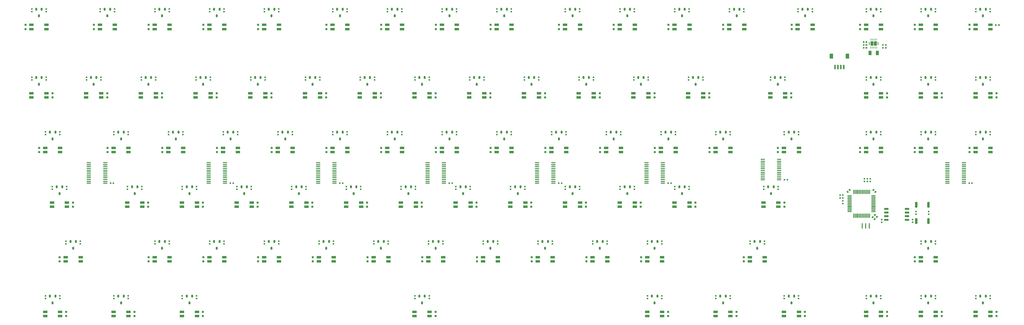
<source format=gbr>
%TF.GenerationSoftware,KiCad,Pcbnew,8.0.6*%
%TF.CreationDate,2025-04-02T20:39:07+07:00*%
%TF.ProjectId,Zellia80,5a656c6c-6961-4383-902e-6b696361645f,rev?*%
%TF.SameCoordinates,Original*%
%TF.FileFunction,Paste,Bot*%
%TF.FilePolarity,Positive*%
%FSLAX46Y46*%
G04 Gerber Fmt 4.6, Leading zero omitted, Abs format (unit mm)*
G04 Created by KiCad (PCBNEW 8.0.6) date 2025-04-02 20:39:07*
%MOMM*%
%LPD*%
G01*
G04 APERTURE LIST*
G04 Aperture macros list*
%AMRoundRect*
0 Rectangle with rounded corners*
0 $1 Rounding radius*
0 $2 $3 $4 $5 $6 $7 $8 $9 X,Y pos of 4 corners*
0 Add a 4 corners polygon primitive as box body*
4,1,4,$2,$3,$4,$5,$6,$7,$8,$9,$2,$3,0*
0 Add four circle primitives for the rounded corners*
1,1,$1+$1,$2,$3*
1,1,$1+$1,$4,$5*
1,1,$1+$1,$6,$7*
1,1,$1+$1,$8,$9*
0 Add four rect primitives between the rounded corners*
20,1,$1+$1,$2,$3,$4,$5,0*
20,1,$1+$1,$4,$5,$6,$7,0*
20,1,$1+$1,$6,$7,$8,$9,0*
20,1,$1+$1,$8,$9,$2,$3,0*%
%AMRotRect*
0 Rectangle, with rotation*
0 The origin of the aperture is its center*
0 $1 length*
0 $2 width*
0 $3 Rotation angle, in degrees counterclockwise*
0 Add horizontal line*
21,1,$1,$2,0,0,$3*%
G04 Aperture macros list end*
%ADD10RoundRect,0.082000X0.718000X-0.328000X0.718000X0.328000X-0.718000X0.328000X-0.718000X-0.328000X0*%
%ADD11RoundRect,0.082000X-0.718000X0.328000X-0.718000X-0.328000X0.718000X-0.328000X0.718000X0.328000X0*%
%ADD12R,0.620000X0.560000*%
%ADD13R,0.560000X0.620000*%
%ADD14RoundRect,0.150000X-0.150000X0.350000X-0.150000X-0.350000X0.150000X-0.350000X0.150000X0.350000X0*%
%ADD15R,0.750000X0.800000*%
%ADD16RotRect,0.560000X0.620000X135.000000*%
%ADD17R,0.600000X1.550000*%
%ADD18R,1.200000X1.800000*%
%ADD19RoundRect,0.075000X0.662500X-0.075000X0.662500X0.075000X-0.662500X0.075000X-0.662500X-0.075000X0*%
%ADD20RoundRect,0.075000X0.075000X-0.662500X0.075000X0.662500X-0.075000X0.662500X-0.075000X-0.662500X0*%
%ADD21RotRect,0.560000X0.620000X225.000000*%
%ADD22RoundRect,0.100000X-0.637500X-0.100000X0.637500X-0.100000X0.637500X0.100000X-0.637500X0.100000X0*%
%ADD23RoundRect,0.135000X0.135000X0.185000X-0.135000X0.185000X-0.135000X-0.185000X0.135000X-0.185000X0*%
%ADD24RoundRect,0.060000X0.060000X-0.240000X0.060000X0.240000X-0.060000X0.240000X-0.060000X-0.240000X0*%
%ADD25RoundRect,0.025000X0.145000X-0.100000X0.145000X0.100000X-0.145000X0.100000X-0.145000X-0.100000X0*%
%ADD26RoundRect,0.106000X0.424000X-0.644000X0.424000X0.644000X-0.424000X0.644000X-0.424000X-0.644000X0*%
%ADD27RoundRect,0.135000X0.185000X-0.135000X0.185000X0.135000X-0.185000X0.135000X-0.185000X-0.135000X0*%
%ADD28RotRect,0.560000X0.620000X315.000000*%
%ADD29RoundRect,0.200000X0.200000X0.800000X-0.200000X0.800000X-0.200000X-0.800000X0.200000X-0.800000X0*%
%ADD30RoundRect,0.150000X-0.650000X-0.150000X0.650000X-0.150000X0.650000X0.150000X-0.650000X0.150000X0*%
%ADD31R,1.000000X1.500000*%
%ADD32R,0.400000X1.900000*%
%ADD33RoundRect,0.140000X-0.140000X-0.170000X0.140000X-0.170000X0.140000X0.170000X-0.140000X0.170000X0*%
G04 APERTURE END LIST*
D10*
%TO.C,RGBF5*%
X78800000Y-29642500D03*
X78800000Y-28142500D03*
X73600000Y-28142500D03*
X73600000Y-29642500D03*
%TD*%
%TO.C,RGBF13*%
X231200000Y-29642500D03*
X231200000Y-28142500D03*
X226000000Y-28142500D03*
X226000000Y-29642500D03*
%TD*%
D11*
%TO.C,RGB16*%
X-2600000Y-4329999D03*
X-2600000Y-5829999D03*
X2600000Y-5829999D03*
X2600000Y-4329999D03*
%TD*%
%TO.C,RGB34*%
X326012500Y-47192499D03*
X326012500Y-48692499D03*
X331212500Y-48692499D03*
X331212500Y-47192499D03*
%TD*%
D10*
%TO.C,RGBF7*%
X116900000Y-29642500D03*
X116900000Y-28142500D03*
X111700000Y-28142500D03*
X111700000Y-29642500D03*
%TD*%
%TO.C,RGBF24*%
X131187500Y-67742500D03*
X131187500Y-66242500D03*
X125987500Y-66242500D03*
X125987500Y-67742500D03*
%TD*%
D11*
%TO.C,RGB48*%
X9306250Y-85292499D03*
X9306250Y-86792499D03*
X14506250Y-86792499D03*
X14506250Y-85292499D03*
%TD*%
%TO.C,RGB21*%
X102175000Y-47192499D03*
X102175000Y-48692499D03*
X107375000Y-48692499D03*
X107375000Y-47192499D03*
%TD*%
%TO.C,RGB28*%
X197425000Y-47192499D03*
X197425000Y-48692499D03*
X202625000Y-48692499D03*
X202625000Y-47192499D03*
%TD*%
%TO.C,RGB42*%
X135512500Y-85292499D03*
X135512500Y-86792499D03*
X140712500Y-86792499D03*
X140712500Y-85292499D03*
%TD*%
%TO.C,RGB31*%
X259337500Y-47192499D03*
X259337500Y-48692499D03*
X264537500Y-48692499D03*
X264537500Y-47192499D03*
%TD*%
D10*
%TO.C,RGBF33*%
X331212500Y-105842500D03*
X331212500Y-104342500D03*
X326012500Y-104342500D03*
X326012500Y-105842500D03*
%TD*%
%TO.C,RGBF34*%
X216912500Y-105842500D03*
X216912500Y-104342500D03*
X211712500Y-104342500D03*
X211712500Y-105842500D03*
%TD*%
D11*
%TO.C,RGB37*%
X247431250Y-85292499D03*
X247431250Y-86792499D03*
X252631250Y-86792499D03*
X252631250Y-85292499D03*
%TD*%
D10*
%TO.C,RGBF32*%
X312162500Y-105842500D03*
X312162500Y-104342500D03*
X306962500Y-104342500D03*
X306962500Y-105842500D03*
%TD*%
D11*
%TO.C,RGB15*%
X102175000Y-4329999D03*
X102175000Y-5829999D03*
X107375000Y-5829999D03*
X107375000Y-4329999D03*
%TD*%
D10*
%TO.C,RGBF26*%
X169287500Y-67742500D03*
X169287500Y-66242500D03*
X164087500Y-66242500D03*
X164087500Y-67742500D03*
%TD*%
D11*
%TO.C,RGB23*%
X140275000Y-47192499D03*
X140275000Y-48692499D03*
X145475000Y-48692499D03*
X145475000Y-47192499D03*
%TD*%
%TO.C,RGB47*%
X40262500Y-85292499D03*
X40262500Y-86792499D03*
X45462500Y-86792499D03*
X45462500Y-85292499D03*
%TD*%
D10*
%TO.C,RGBF4*%
X59750000Y-29642500D03*
X59750000Y-28142500D03*
X54550000Y-28142500D03*
X54550000Y-29642500D03*
%TD*%
D11*
%TO.C,RGB36*%
X25975000Y-47192499D03*
X25975000Y-48692499D03*
X31175000Y-48692499D03*
X31175000Y-47192499D03*
%TD*%
%TO.C,RGB14*%
X78362500Y-4329999D03*
X78362500Y-5829999D03*
X83562500Y-5829999D03*
X83562500Y-4329999D03*
%TD*%
D10*
%TO.C,RGBF11*%
X193100000Y-29642500D03*
X193100000Y-28142500D03*
X187900000Y-28142500D03*
X187900000Y-29642500D03*
%TD*%
%TO.C,RGBF23*%
X112137500Y-67742500D03*
X112137500Y-66242500D03*
X106937500Y-66242500D03*
X106937500Y-67742500D03*
%TD*%
%TO.C,RGBF39*%
X54987500Y-105842500D03*
X54987500Y-104342500D03*
X49787500Y-104342500D03*
X49787500Y-105842500D03*
%TD*%
%TO.C,RGBF27*%
X188337500Y-67742500D03*
X188337500Y-66242500D03*
X183137500Y-66242500D03*
X183137500Y-67742500D03*
%TD*%
%TO.C,RGBF2*%
X21650000Y-29642500D03*
X21650000Y-28142500D03*
X16450000Y-28142500D03*
X16450000Y-29642500D03*
%TD*%
D11*
%TO.C,RGB40*%
X173612500Y-85292499D03*
X173612500Y-86792499D03*
X178812500Y-86792499D03*
X178812500Y-85292499D03*
%TD*%
%TO.C,RGB41*%
X154562500Y-85292499D03*
X154562500Y-86792499D03*
X159762500Y-86792499D03*
X159762500Y-85292499D03*
%TD*%
D10*
%TO.C,RGBF38*%
X31175000Y-105842500D03*
X31175000Y-104342500D03*
X25975000Y-104342500D03*
X25975000Y-105842500D03*
%TD*%
D11*
%TO.C,RGB29*%
X216475000Y-47192499D03*
X216475000Y-48692499D03*
X221675000Y-48692499D03*
X221675000Y-47192499D03*
%TD*%
D10*
%TO.C,RGBF12*%
X212150000Y-29642500D03*
X212150000Y-28142500D03*
X206950000Y-28142500D03*
X206950000Y-29642500D03*
%TD*%
D11*
%TO.C,RGB24*%
X159325000Y-47192499D03*
X159325000Y-48692499D03*
X164525000Y-48692499D03*
X164525000Y-47192499D03*
%TD*%
%TO.C,RGB39*%
X192662500Y-85292499D03*
X192662500Y-86792499D03*
X197862500Y-86792499D03*
X197862500Y-85292499D03*
%TD*%
D10*
%TO.C,RGBF14*%
X259775000Y-29642500D03*
X259775000Y-28142500D03*
X254575000Y-28142500D03*
X254575000Y-29642500D03*
%TD*%
D11*
%TO.C,RGB32*%
X287912500Y-47192499D03*
X287912500Y-48692499D03*
X293112500Y-48692499D03*
X293112500Y-47192499D03*
%TD*%
D10*
%TO.C,RGBF19*%
X35937500Y-67742500D03*
X35937500Y-66242500D03*
X30737500Y-66242500D03*
X30737500Y-67742500D03*
%TD*%
D11*
%TO.C,RGB12*%
X40262500Y-4329999D03*
X40262500Y-5829999D03*
X45462500Y-5829999D03*
X45462500Y-4329999D03*
%TD*%
D10*
%TO.C,RGBF20*%
X54987500Y-67742500D03*
X54987500Y-66242500D03*
X49787500Y-66242500D03*
X49787500Y-67742500D03*
%TD*%
D11*
%TO.C,RGB1*%
X326012500Y-4329999D03*
X326012500Y-5829999D03*
X331212500Y-5829999D03*
X331212500Y-4329999D03*
%TD*%
%TO.C,RGB17*%
X21212500Y-4329999D03*
X21212500Y-5829999D03*
X26412500Y-5829999D03*
X26412500Y-4329999D03*
%TD*%
D10*
%TO.C,RGBF21*%
X74037500Y-67742500D03*
X74037500Y-66242500D03*
X68837500Y-66242500D03*
X68837500Y-67742500D03*
%TD*%
%TO.C,RGBF28*%
X207387500Y-67742500D03*
X207387500Y-66242500D03*
X202187500Y-66242500D03*
X202187500Y-67742500D03*
%TD*%
D11*
%TO.C,RGB20*%
X83125000Y-47192499D03*
X83125000Y-48692499D03*
X88325000Y-48692499D03*
X88325000Y-47192499D03*
%TD*%
%TO.C,RGB7*%
X240287500Y-4329999D03*
X240287500Y-5829999D03*
X245487500Y-5829999D03*
X245487500Y-4329999D03*
%TD*%
D10*
%TO.C,RGBF37*%
X7362500Y-105842500D03*
X7362500Y-104342500D03*
X2162500Y-104342500D03*
X2162500Y-105842500D03*
%TD*%
D11*
%TO.C,RGB38*%
X211712500Y-85292499D03*
X211712500Y-86792499D03*
X216912500Y-86792499D03*
X216912500Y-85292499D03*
%TD*%
%TO.C,RGB52*%
X306962500Y-85292499D03*
X306962500Y-86792499D03*
X312162500Y-86792499D03*
X312162500Y-85292499D03*
%TD*%
D10*
%TO.C,RGBF9*%
X155000000Y-29642500D03*
X155000000Y-28142500D03*
X149800000Y-28142500D03*
X149800000Y-29642500D03*
%TD*%
%TO.C,RGBF30*%
X257393750Y-67742500D03*
X257393750Y-66242500D03*
X252193750Y-66242500D03*
X252193750Y-67742500D03*
%TD*%
%TO.C,RGBF36*%
X264537500Y-105842500D03*
X264537500Y-104342500D03*
X259337500Y-104342500D03*
X259337500Y-105842500D03*
%TD*%
D11*
%TO.C,RGB6*%
X221237500Y-4329999D03*
X221237500Y-5829999D03*
X226437500Y-5829999D03*
X226437500Y-4329999D03*
%TD*%
%TO.C,RGB11*%
X183137500Y-4329999D03*
X183137500Y-5829999D03*
X188337500Y-5829999D03*
X188337500Y-4329999D03*
%TD*%
%TO.C,RGB33*%
X306962500Y-47192499D03*
X306962500Y-48692499D03*
X312162500Y-48692499D03*
X312162500Y-47192499D03*
%TD*%
%TO.C,RGB10*%
X159325000Y-4329999D03*
X159325000Y-5829999D03*
X164525000Y-5829999D03*
X164525000Y-4329999D03*
%TD*%
D10*
%TO.C,RGBF35*%
X240725000Y-105842500D03*
X240725000Y-104342500D03*
X235525000Y-104342500D03*
X235525000Y-105842500D03*
%TD*%
%TO.C,RGBF16*%
X312162500Y-29642500D03*
X312162500Y-28142500D03*
X306962500Y-28142500D03*
X306962500Y-29642500D03*
%TD*%
D11*
%TO.C,RGB45*%
X78362500Y-85292499D03*
X78362500Y-86792499D03*
X83562500Y-86792499D03*
X83562500Y-85292499D03*
%TD*%
%TO.C,RGB5*%
X202187500Y-4329999D03*
X202187500Y-5829999D03*
X207387500Y-5829999D03*
X207387500Y-4329999D03*
%TD*%
D10*
%TO.C,RGBF18*%
X9743750Y-67742500D03*
X9743750Y-66242500D03*
X4543750Y-66242500D03*
X4543750Y-67742500D03*
%TD*%
D11*
%TO.C,RGB3*%
X287912500Y-4329999D03*
X287912500Y-5829999D03*
X293112500Y-5829999D03*
X293112500Y-4329999D03*
%TD*%
D10*
%TO.C,RGBF8*%
X135950000Y-29642500D03*
X135950000Y-28142500D03*
X130750000Y-28142500D03*
X130750000Y-29642500D03*
%TD*%
D11*
%TO.C,RGB30*%
X235525000Y-47192499D03*
X235525000Y-48692499D03*
X240725000Y-48692499D03*
X240725000Y-47192499D03*
%TD*%
%TO.C,RGB4*%
X264100000Y-4329999D03*
X264100000Y-5829999D03*
X269300000Y-5829999D03*
X269300000Y-4329999D03*
%TD*%
%TO.C,RGB35*%
X2162500Y-47192499D03*
X2162500Y-48692499D03*
X7362500Y-48692499D03*
X7362500Y-47192499D03*
%TD*%
D10*
%TO.C,RGBF6*%
X97850000Y-29642500D03*
X97850000Y-28142500D03*
X92650000Y-28142500D03*
X92650000Y-29642500D03*
%TD*%
D11*
%TO.C,RGB44*%
X97412500Y-85292499D03*
X97412500Y-86792499D03*
X102612500Y-86792499D03*
X102612500Y-85292499D03*
%TD*%
D10*
%TO.C,RGBF15*%
X293112500Y-29642500D03*
X293112500Y-28142500D03*
X287912500Y-28142500D03*
X287912500Y-29642500D03*
%TD*%
%TO.C,RGBF40*%
X135950000Y-105842500D03*
X135950000Y-104342500D03*
X130750000Y-104342500D03*
X130750000Y-105842500D03*
%TD*%
%TO.C,RGBF25*%
X150237500Y-67742500D03*
X150237500Y-66242500D03*
X145037500Y-66242500D03*
X145037500Y-67742500D03*
%TD*%
D11*
%TO.C,RGB46*%
X59312500Y-85292499D03*
X59312500Y-86792499D03*
X64512500Y-86792499D03*
X64512500Y-85292499D03*
%TD*%
%TO.C,RGB18*%
X45025000Y-47192499D03*
X45025000Y-48692499D03*
X50225000Y-48692499D03*
X50225000Y-47192499D03*
%TD*%
D10*
%TO.C,RGBF3*%
X40700000Y-29642500D03*
X40700000Y-28142500D03*
X35500000Y-28142500D03*
X35500000Y-29642500D03*
%TD*%
D11*
%TO.C,RGB25*%
X178375000Y-47192499D03*
X178375000Y-48692499D03*
X183575000Y-48692499D03*
X183575000Y-47192499D03*
%TD*%
%TO.C,RGB2*%
X306962500Y-4329999D03*
X306962500Y-5829999D03*
X312162500Y-5829999D03*
X312162500Y-4329999D03*
%TD*%
%TO.C,RGB8*%
X121225000Y-4329999D03*
X121225000Y-5829999D03*
X126425000Y-5829999D03*
X126425000Y-4329999D03*
%TD*%
%TO.C,RGB9*%
X140275000Y-4329999D03*
X140275000Y-5829999D03*
X145475000Y-5829999D03*
X145475000Y-4329999D03*
%TD*%
%TO.C,RGB43*%
X116462500Y-85292499D03*
X116462500Y-86792499D03*
X121662500Y-86792499D03*
X121662500Y-85292499D03*
%TD*%
D10*
%TO.C,RGBF1*%
X2600000Y-29642500D03*
X2600000Y-28142500D03*
X-2600000Y-28142500D03*
X-2600000Y-29642500D03*
%TD*%
%TO.C,RGBF22*%
X93087500Y-67742500D03*
X93087500Y-66242500D03*
X87887500Y-66242500D03*
X87887500Y-67742500D03*
%TD*%
D11*
%TO.C,RGB13*%
X59312500Y-4329999D03*
X59312500Y-5829999D03*
X64512500Y-5829999D03*
X64512500Y-4329999D03*
%TD*%
%TO.C,RGB19*%
X64075000Y-47192499D03*
X64075000Y-48692499D03*
X69275000Y-48692499D03*
X69275000Y-47192499D03*
%TD*%
D10*
%TO.C,RGBF17*%
X331212500Y-29642500D03*
X331212500Y-28142500D03*
X326012500Y-28142500D03*
X326012500Y-29642500D03*
%TD*%
%TO.C,RGBF29*%
X226437500Y-67742500D03*
X226437500Y-66242500D03*
X221237500Y-66242500D03*
X221237500Y-67742500D03*
%TD*%
D11*
%TO.C,RGB22*%
X121225000Y-47192499D03*
X121225000Y-48692499D03*
X126425000Y-48692499D03*
X126425000Y-47192499D03*
%TD*%
D10*
%TO.C,RGBF31*%
X293112500Y-105842500D03*
X293112500Y-104342500D03*
X287912500Y-104342500D03*
X287912500Y-105842500D03*
%TD*%
%TO.C,RGBF10*%
X174050000Y-29642500D03*
X174050000Y-28142500D03*
X168850000Y-28142500D03*
X168850000Y-29642500D03*
%TD*%
D12*
%TO.C,C33*%
X35600000Y-23542500D03*
X35600000Y-22582500D03*
%TD*%
%TO.C,C73*%
X159662500Y-80692500D03*
X159662500Y-79732500D03*
%TD*%
%TO.C,C1*%
X2500000Y270000D03*
X2500000Y1230000D03*
%TD*%
%TO.C,C160*%
X259437500Y-99742500D03*
X259437500Y-98782500D03*
%TD*%
%TO.C,C60*%
X150137500Y-61642500D03*
X150137500Y-60682500D03*
%TD*%
D13*
%TO.C,C109*%
X181892500Y-59534375D03*
X180932500Y-59534375D03*
%TD*%
D12*
%TO.C,C195*%
X264200000Y270000D03*
X264200000Y1230000D03*
%TD*%
%TO.C,C152*%
X312062500Y270000D03*
X312062500Y1230000D03*
%TD*%
D14*
%TO.C,U25*%
X43812500Y-79807500D03*
X42862500Y-82157500D03*
X41912500Y-79807500D03*
%TD*%
D12*
%TO.C,C22*%
X21550000Y-23542500D03*
X21550000Y-22582500D03*
%TD*%
D15*
%TO.C,C9*%
X19112501Y-5829999D03*
X19112501Y-4329999D03*
%TD*%
D14*
%TO.C,U23*%
X48575000Y-41707500D03*
X47625000Y-44057500D03*
X46675000Y-41707500D03*
%TD*%
D15*
%TO.C,C218*%
X23749999Y-28142500D03*
X23749999Y-29642500D03*
%TD*%
D12*
%TO.C,C125*%
X126087500Y-61642500D03*
X126087500Y-60682500D03*
%TD*%
D15*
%TO.C,C238*%
X81025001Y-48692499D03*
X81025001Y-47192499D03*
%TD*%
D12*
%TO.C,C23*%
X31075000Y-42592500D03*
X31075000Y-41632500D03*
%TD*%
D15*
%TO.C,C248*%
X11843749Y-66242500D03*
X11843749Y-67742500D03*
%TD*%
D12*
%TO.C,R14*%
X293345293Y-73155020D03*
X293345293Y-72195020D03*
%TD*%
%TO.C,C108*%
X293012500Y270000D03*
X293012500Y1230000D03*
%TD*%
D15*
%TO.C,C8*%
X-4699999Y-5829999D03*
X-4699999Y-4329999D03*
%TD*%
D16*
%TO.C,C199*%
X291184704Y-62514431D03*
X290505882Y-61835609D03*
%TD*%
D14*
%TO.C,U96*%
X329562500Y-98857500D03*
X328612500Y-101207500D03*
X327662500Y-98857500D03*
%TD*%
%TO.C,U26*%
X124775000Y1155000D03*
X123825000Y-1195000D03*
X122875000Y1155000D03*
%TD*%
%TO.C,U27*%
X143825000Y1155000D03*
X142875000Y-1195000D03*
X141925000Y1155000D03*
%TD*%
D17*
%TO.C,J2*%
X280106250Y-19062500D03*
X279106250Y-19062500D03*
X278106250Y-19062500D03*
X277106250Y-19062500D03*
D18*
X281406250Y-15187500D03*
X275806250Y-15187500D03*
%TD*%
D12*
%TO.C,C18*%
X9643750Y-61642500D03*
X9643750Y-60682500D03*
%TD*%
D15*
%TO.C,C284*%
X314262499Y-104342500D03*
X314262499Y-105842500D03*
%TD*%
D12*
%TO.C,C2*%
X26312500Y270000D03*
X26312500Y1230000D03*
%TD*%
D15*
%TO.C,C205*%
X119125001Y-5829999D03*
X119125001Y-4329999D03*
%TD*%
D12*
%TO.C,C123*%
X164187500Y-61642500D03*
X164187500Y-60682500D03*
%TD*%
%TO.C,C17*%
X7262500Y-42592500D03*
X7262500Y-41632500D03*
%TD*%
D15*
%TO.C,C273*%
X190562501Y-86792499D03*
X190562501Y-85292499D03*
%TD*%
%TO.C,C280*%
X219012499Y-104342500D03*
X219012499Y-105842500D03*
%TD*%
D14*
%TO.C,U30*%
X72387500Y-60757500D03*
X71437500Y-63107500D03*
X70487500Y-60757500D03*
%TD*%
D12*
%TO.C,C105*%
X178475000Y-42592500D03*
X178475000Y-41632500D03*
%TD*%
D15*
%TO.C,C266*%
X57212501Y-86792499D03*
X57212501Y-85292499D03*
%TD*%
%TO.C,C254*%
X76137499Y-66242500D03*
X76137499Y-67742500D03*
%TD*%
D14*
%TO.C,U38*%
X186687500Y1155000D03*
X185737500Y-1195000D03*
X184787500Y1155000D03*
%TD*%
D12*
%TO.C,C99*%
X121325000Y-42592500D03*
X121325000Y-41632500D03*
%TD*%
%TO.C,C122*%
X49887500Y-61642500D03*
X49887500Y-60682500D03*
%TD*%
%TO.C,C20*%
X294812499Y-11362500D03*
X294812499Y-12322500D03*
%TD*%
%TO.C,C71*%
X183475000Y-42592500D03*
X183475000Y-41632500D03*
%TD*%
%TO.C,C179*%
X307062500Y-80692500D03*
X307062500Y-79732500D03*
%TD*%
%TO.C,C81*%
X207287500Y270000D03*
X207287500Y1230000D03*
%TD*%
%TO.C,C151*%
X293012500Y-99742500D03*
X293012500Y-98782500D03*
%TD*%
D14*
%TO.C,U66*%
X186687500Y-60757500D03*
X185737500Y-63107500D03*
X184787500Y-60757500D03*
%TD*%
D12*
%TO.C,C44*%
X92750000Y-23542500D03*
X92750000Y-22582500D03*
%TD*%
%TO.C,C19*%
X14406250Y-80692500D03*
X14406250Y-79732500D03*
%TD*%
%TO.C,C98*%
X269200000Y270000D03*
X269200000Y1230000D03*
%TD*%
D14*
%TO.C,U13*%
X62862500Y1155000D03*
X61912500Y-1195000D03*
X60962500Y1155000D03*
%TD*%
D12*
%TO.C,C24*%
X35837500Y-61642500D03*
X35837500Y-60682500D03*
%TD*%
D14*
%TO.C,U20*%
X105725000Y1155000D03*
X104775000Y-1195000D03*
X103825000Y1155000D03*
%TD*%
%TO.C,U72*%
X205737500Y-60757500D03*
X204787500Y-63107500D03*
X203837500Y-60757500D03*
%TD*%
D19*
%TO.C,U101*%
X290507793Y-69425020D03*
X290507793Y-68925020D03*
X290507793Y-68425020D03*
X290507793Y-67925020D03*
X290507793Y-67425020D03*
X290507793Y-66925020D03*
X290507793Y-66425020D03*
X290507793Y-65925020D03*
X290507793Y-65425020D03*
X290507793Y-64925020D03*
X290507793Y-64425020D03*
X290507793Y-63925020D03*
D20*
X289095293Y-62512520D03*
X288595293Y-62512520D03*
X288095293Y-62512520D03*
X287595293Y-62512520D03*
X287095293Y-62512520D03*
X286595293Y-62512520D03*
X286095293Y-62512520D03*
X285595293Y-62512520D03*
X285095293Y-62512520D03*
X284595293Y-62512520D03*
X284095293Y-62512520D03*
X283595293Y-62512520D03*
D19*
X282182793Y-63925020D03*
X282182793Y-64425020D03*
X282182793Y-64925020D03*
X282182793Y-65425020D03*
X282182793Y-65925020D03*
X282182793Y-66425020D03*
X282182793Y-66925020D03*
X282182793Y-67425020D03*
X282182793Y-67925020D03*
X282182793Y-68425020D03*
X282182793Y-68925020D03*
X282182793Y-69425020D03*
D20*
X283595293Y-70837520D03*
X284095293Y-70837520D03*
X284595293Y-70837520D03*
X285095293Y-70837520D03*
X285595293Y-70837520D03*
X286095293Y-70837520D03*
X286595293Y-70837520D03*
X287095293Y-70837520D03*
X287595293Y-70837520D03*
X288095293Y-70837520D03*
X288595293Y-70837520D03*
X289095293Y-70837520D03*
%TD*%
D12*
%TO.C,C117*%
X2262500Y-42592500D03*
X2262500Y-41632500D03*
%TD*%
%TO.C,C30*%
X54887500Y-61642500D03*
X54887500Y-60682500D03*
%TD*%
D14*
%TO.C,U79*%
X215262500Y-79807500D03*
X214312500Y-82157500D03*
X213362500Y-79807500D03*
%TD*%
D12*
%TO.C,C128*%
X68937500Y-61642500D03*
X68937500Y-60682500D03*
%TD*%
D14*
%TO.C,U44*%
X224787500Y1155000D03*
X223837500Y-1195000D03*
X222887500Y1155000D03*
%TD*%
D12*
%TO.C,C56*%
X254675000Y-23542500D03*
X254675000Y-22582500D03*
%TD*%
D15*
%TO.C,C274*%
X209612501Y-86792499D03*
X209612501Y-85292499D03*
%TD*%
D14*
%TO.C,U32*%
X162875000Y1155000D03*
X161925000Y-1195000D03*
X160975000Y1155000D03*
%TD*%
%TO.C,U9*%
X43812500Y1155000D03*
X42862500Y-1195000D03*
X41912500Y1155000D03*
%TD*%
D15*
%TO.C,C252*%
X38037499Y-66242500D03*
X38037499Y-67742500D03*
%TD*%
D12*
%TO.C,C35*%
X69175000Y-42592500D03*
X69175000Y-41632500D03*
%TD*%
%TO.C,C36*%
X73937500Y-61642500D03*
X73937500Y-60682500D03*
%TD*%
D14*
%TO.C,U55*%
X139062500Y-79807500D03*
X138112500Y-82157500D03*
X137162500Y-79807500D03*
%TD*%
D12*
%TO.C,C50*%
X145375000Y270000D03*
X145375000Y1230000D03*
%TD*%
%TO.C,C58*%
X135850000Y-23542500D03*
X135850000Y-22582500D03*
%TD*%
D21*
%TO.C,C200*%
X282184704Y-61835609D03*
X281505882Y-62514431D03*
%TD*%
D14*
%TO.C,U82*%
X229550000Y-22657500D03*
X228600000Y-25007500D03*
X227650000Y-22657500D03*
%TD*%
D15*
%TO.C,C277*%
X33274999Y-104342500D03*
X33274999Y-105842500D03*
%TD*%
%TO.C,C251*%
X323912501Y-48692499D03*
X323912501Y-47192499D03*
%TD*%
D12*
%TO.C,C173*%
X264437500Y-99742500D03*
X264437500Y-98782500D03*
%TD*%
D14*
%TO.C,U77*%
X220025000Y-41707500D03*
X219075000Y-44057500D03*
X218125000Y-41707500D03*
%TD*%
D15*
%TO.C,C224*%
X138049999Y-28142500D03*
X138049999Y-29642500D03*
%TD*%
D12*
%TO.C,C171*%
X54887500Y-99742500D03*
X54887500Y-98782500D03*
%TD*%
D15*
%TO.C,C220*%
X61849999Y-28142500D03*
X61849999Y-29642500D03*
%TD*%
D22*
%TO.C,U62*%
X173350000Y-59534375D03*
X173350000Y-58884375D03*
X173350000Y-58234375D03*
X173350000Y-57584375D03*
X173350000Y-56934375D03*
X173350000Y-56284375D03*
X173350000Y-55634375D03*
X173350000Y-54984375D03*
X173350000Y-54334375D03*
X173350000Y-53684375D03*
X173350000Y-53034375D03*
X173350000Y-52384375D03*
X179075000Y-52384375D03*
X179075000Y-53034375D03*
X179075000Y-53684375D03*
X179075000Y-54334375D03*
X179075000Y-54984375D03*
X179075000Y-55634375D03*
X179075000Y-56284375D03*
X179075000Y-56934375D03*
X179075000Y-57584375D03*
X179075000Y-58234375D03*
X179075000Y-58884375D03*
X179075000Y-59534375D03*
%TD*%
D12*
%TO.C,C129*%
X87987500Y-61642500D03*
X87987500Y-60682500D03*
%TD*%
D15*
%TO.C,C231*%
X62501Y-48692499D03*
X62501Y-47192499D03*
%TD*%
%TO.C,C245*%
X214375001Y-48692499D03*
X214375001Y-47192499D03*
%TD*%
D12*
%TO.C,C161*%
X331112500Y270000D03*
X331112500Y1230000D03*
%TD*%
%TO.C,C127*%
X30837500Y-61642500D03*
X30837500Y-60682500D03*
%TD*%
D15*
%TO.C,C221*%
X80899999Y-28142500D03*
X80899999Y-29642500D03*
%TD*%
D14*
%TO.C,U58*%
X153350000Y-22657500D03*
X152400000Y-25007500D03*
X151450000Y-22657500D03*
%TD*%
D15*
%TO.C,C276*%
X9462499Y-104342500D03*
X9462499Y-105842500D03*
%TD*%
D14*
%TO.C,U31*%
X62862500Y-79807500D03*
X61912500Y-82157500D03*
X60962500Y-79807500D03*
%TD*%
D12*
%TO.C,C181*%
X326112500Y-23542500D03*
X326112500Y-22582500D03*
%TD*%
D14*
%TO.C,U89*%
X262887500Y-41707500D03*
X261937500Y-44057500D03*
X260987500Y-41707500D03*
%TD*%
D12*
%TO.C,C162*%
X331112500Y-23542500D03*
X331112500Y-22582500D03*
%TD*%
D14*
%TO.C,U92*%
X239075000Y-98857500D03*
X238125000Y-101207500D03*
X237175000Y-98857500D03*
%TD*%
%TO.C,U37*%
X81912500Y-79807500D03*
X80962500Y-82157500D03*
X80012500Y-79807500D03*
%TD*%
%TO.C,U18*%
X34287500Y-60757500D03*
X33337500Y-63107500D03*
X32387500Y-60757500D03*
%TD*%
D22*
%TO.C,U69*%
X251931250Y-58343750D03*
X251931250Y-57693750D03*
X251931250Y-57043750D03*
X251931250Y-56393750D03*
X251931250Y-55743750D03*
X251931250Y-55093750D03*
X251931250Y-54443750D03*
X251931250Y-53793750D03*
X251931250Y-53143750D03*
X251931250Y-52493750D03*
X251931250Y-51843750D03*
X251931250Y-51193750D03*
X257656250Y-51193750D03*
X257656250Y-51843750D03*
X257656250Y-52493750D03*
X257656250Y-53143750D03*
X257656250Y-53793750D03*
X257656250Y-54443750D03*
X257656250Y-55093750D03*
X257656250Y-55743750D03*
X257656250Y-56393750D03*
X257656250Y-57043750D03*
X257656250Y-57693750D03*
X257656250Y-58343750D03*
%TD*%
D12*
%TO.C,C189*%
X140375000Y270000D03*
X140375000Y1230000D03*
%TD*%
%TO.C,C66*%
X169187500Y-61642500D03*
X169187500Y-60682500D03*
%TD*%
%TO.C,C141*%
X59412500Y-80692500D03*
X59412500Y-79732500D03*
%TD*%
D14*
%TO.C,U65*%
X181925000Y-41707500D03*
X180975000Y-44057500D03*
X180025000Y-41707500D03*
%TD*%
D12*
%TO.C,C72*%
X188237500Y-61642500D03*
X188237500Y-60682500D03*
%TD*%
D15*
%TO.C,C261*%
X209487499Y-66242500D03*
X209487499Y-67742500D03*
%TD*%
D13*
%TO.C,C156*%
X260473750Y-58343750D03*
X259513750Y-58343750D03*
%TD*%
D12*
%TO.C,C41*%
X88225000Y-42592500D03*
X88225000Y-41632500D03*
%TD*%
%TO.C,C14*%
X293812499Y-11362500D03*
X293812499Y-12322500D03*
%TD*%
D15*
%TO.C,C244*%
X195325001Y-48692499D03*
X195325001Y-47192499D03*
%TD*%
D12*
%TO.C,C167*%
X-2500000Y270000D03*
X-2500000Y1230000D03*
%TD*%
%TO.C,C95*%
X264437500Y-42592500D03*
X264437500Y-41632500D03*
%TD*%
D14*
%TO.C,U10*%
X950000Y-22657500D03*
X0Y-25007500D03*
X-950000Y-22657500D03*
%TD*%
D12*
%TO.C,C34*%
X59650000Y-23542500D03*
X59650000Y-22582500D03*
%TD*%
D14*
%TO.C,U97*%
X310512500Y-79807500D03*
X309562500Y-82157500D03*
X308612500Y-79807500D03*
%TD*%
D15*
%TO.C,C281*%
X242824999Y-104342500D03*
X242824999Y-105842500D03*
%TD*%
%TO.C,C215*%
X304862501Y-5829999D03*
X304862501Y-4329999D03*
%TD*%
D14*
%TO.C,U87*%
X329562500Y-22657500D03*
X328612500Y-25007500D03*
X327662500Y-22657500D03*
%TD*%
%TO.C,U12*%
X8093750Y-60757500D03*
X7143750Y-63107500D03*
X6193750Y-60757500D03*
%TD*%
D12*
%TO.C,C183*%
X40362500Y270000D03*
X40362500Y1230000D03*
%TD*%
D14*
%TO.C,U86*%
X310512500Y-22657500D03*
X309562500Y-25007500D03*
X308612500Y-22657500D03*
%TD*%
%TO.C,U57*%
X250981250Y-79807500D03*
X250031250Y-82157500D03*
X249081250Y-79807500D03*
%TD*%
D12*
%TO.C,C28*%
X40600000Y-23542500D03*
X40600000Y-22582500D03*
%TD*%
D14*
%TO.C,U83*%
X239075000Y-41707500D03*
X238125000Y-44057500D03*
X237175000Y-41707500D03*
%TD*%
D15*
%TO.C,C234*%
X333312499Y-28142500D03*
X333312499Y-29642500D03*
%TD*%
D12*
%TO.C,C140*%
X135612500Y-80692500D03*
X135612500Y-79732500D03*
%TD*%
%TO.C,C86*%
X226337500Y270000D03*
X226337500Y1230000D03*
%TD*%
D14*
%TO.C,U33*%
X12856250Y-79807500D03*
X11906250Y-82157500D03*
X10956250Y-79807500D03*
%TD*%
D12*
%TO.C,C96*%
X102275000Y-42592500D03*
X102275000Y-41632500D03*
%TD*%
%TO.C,C43*%
X64412500Y-80692500D03*
X64412500Y-79732500D03*
%TD*%
D15*
%TO.C,C12*%
X57212501Y-5829999D03*
X57212501Y-4329999D03*
%TD*%
D23*
%TO.C,R15*%
X333102500Y-4412500D03*
X334122500Y-4412500D03*
%TD*%
D12*
%TO.C,C93*%
X26075000Y-42592500D03*
X26075000Y-41632500D03*
%TD*%
%TO.C,C130*%
X4643750Y-61642500D03*
X4643750Y-60682500D03*
%TD*%
D13*
%TO.C,C164*%
X324767500Y-59534375D03*
X323807500Y-59534375D03*
%TD*%
D14*
%TO.C,U93*%
X310512500Y1155000D03*
X309562500Y-1195000D03*
X308612500Y1155000D03*
%TD*%
D15*
%TO.C,C260*%
X190437499Y-66242500D03*
X190437499Y-67742500D03*
%TD*%
D12*
%TO.C,C89*%
X240625000Y-42592500D03*
X240625000Y-41632500D03*
%TD*%
%TO.C,C194*%
X240387500Y270000D03*
X240387500Y1230000D03*
%TD*%
%TO.C,C63*%
X149900000Y-23542500D03*
X149900000Y-22582500D03*
%TD*%
%TO.C,C88*%
X231100000Y-23542500D03*
X231100000Y-22582500D03*
%TD*%
D15*
%TO.C,C279*%
X138049999Y-104342500D03*
X138049999Y-105842500D03*
%TD*%
%TO.C,C269*%
X114362501Y-86792499D03*
X114362501Y-85292499D03*
%TD*%
%TO.C,C265*%
X38162501Y-86792499D03*
X38162501Y-85292499D03*
%TD*%
D14*
%TO.C,U17*%
X29525000Y-41707500D03*
X28575000Y-44057500D03*
X27625000Y-41707500D03*
%TD*%
D15*
%TO.C,C268*%
X95312501Y-86792499D03*
X95312501Y-85292499D03*
%TD*%
D12*
%TO.C,C62*%
X164425000Y270000D03*
X164425000Y1230000D03*
%TD*%
%TO.C,C37*%
X45362500Y-80692500D03*
X45362500Y-79732500D03*
%TD*%
D15*
%TO.C,C275*%
X245331251Y-86792499D03*
X245331251Y-85292499D03*
%TD*%
D14*
%TO.C,U88*%
X291462500Y-41707500D03*
X290512500Y-44057500D03*
X289562500Y-41707500D03*
%TD*%
D15*
%TO.C,C253*%
X57087499Y-66242500D03*
X57087499Y-67742500D03*
%TD*%
%TO.C,C255*%
X95187499Y-66242500D03*
X95187499Y-67742500D03*
%TD*%
D12*
%TO.C,C137*%
X192762500Y-80692500D03*
X192762500Y-79732500D03*
%TD*%
%TO.C,C188*%
X121325000Y270000D03*
X121325000Y1230000D03*
%TD*%
%TO.C,C5*%
X83462500Y270000D03*
X83462500Y1230000D03*
%TD*%
D14*
%TO.C,U3*%
X258125000Y-22657500D03*
X257175000Y-25007500D03*
X256225000Y-22657500D03*
%TD*%
D12*
%TO.C,C113*%
X252293750Y-61642500D03*
X252293750Y-60682500D03*
%TD*%
D15*
%TO.C,C236*%
X42925001Y-48692499D03*
X42925001Y-47192499D03*
%TD*%
D12*
%TO.C,C52*%
X116800000Y-23542500D03*
X116800000Y-22582500D03*
%TD*%
%TO.C,C51*%
X-2500000Y-23542500D03*
X-2500000Y-22582500D03*
%TD*%
%TO.C,C85*%
X197762500Y-80692500D03*
X197762500Y-79732500D03*
%TD*%
D13*
%TO.C,C286*%
X279845293Y-64675020D03*
X278885293Y-64675020D03*
%TD*%
D24*
%TO.C,U85*%
X291562499Y-9442500D03*
X291062499Y-9442500D03*
X290562499Y-9442500D03*
X290062499Y-9442500D03*
X289562499Y-9442500D03*
X289562499Y-12242500D03*
X290062499Y-12242500D03*
X290562499Y-12242500D03*
X291062499Y-12242500D03*
X291562499Y-12242500D03*
D25*
X292092499Y-10592500D03*
X289032499Y-10592500D03*
D26*
X291192499Y-10842500D03*
X289932499Y-10842500D03*
D25*
X292092499Y-11092500D03*
X289032499Y-11092500D03*
%TD*%
D12*
%TO.C,C124*%
X145137500Y-61642500D03*
X145137500Y-60682500D03*
%TD*%
D22*
%TO.C,U74*%
X316225000Y-59534375D03*
X316225000Y-58884375D03*
X316225000Y-58234375D03*
X316225000Y-57584375D03*
X316225000Y-56934375D03*
X316225000Y-56284375D03*
X316225000Y-55634375D03*
X316225000Y-54984375D03*
X316225000Y-54334375D03*
X316225000Y-53684375D03*
X316225000Y-53034375D03*
X316225000Y-52384375D03*
X321950000Y-52384375D03*
X321950000Y-53034375D03*
X321950000Y-53684375D03*
X321950000Y-54334375D03*
X321950000Y-54984375D03*
X321950000Y-55634375D03*
X321950000Y-56284375D03*
X321950000Y-56934375D03*
X321950000Y-57584375D03*
X321950000Y-58234375D03*
X321950000Y-58884375D03*
X321950000Y-59534375D03*
%TD*%
D12*
%TO.C,C118*%
X293012500Y-42592500D03*
X293012500Y-41632500D03*
%TD*%
D14*
%TO.C,U34*%
X77150000Y-22657500D03*
X76200000Y-25007500D03*
X75250000Y-22657500D03*
%TD*%
%TO.C,U35*%
X86675000Y-41707500D03*
X85725000Y-44057500D03*
X84775000Y-41707500D03*
%TD*%
D12*
%TO.C,C53*%
X126325000Y-42592500D03*
X126325000Y-41632500D03*
%TD*%
D15*
%TO.C,C278*%
X57087499Y-104342500D03*
X57087499Y-105842500D03*
%TD*%
%TO.C,C210*%
X200087501Y-5829999D03*
X200087501Y-4329999D03*
%TD*%
D12*
%TO.C,C191*%
X183237500Y270000D03*
X183237500Y1230000D03*
%TD*%
%TO.C,C80*%
X226100000Y-23542500D03*
X226100000Y-22582500D03*
%TD*%
%TO.C,C107*%
X252531250Y-80692500D03*
X252531250Y-79732500D03*
%TD*%
%TO.C,C196*%
X288012500Y270000D03*
X288012500Y1230000D03*
%TD*%
%TO.C,C193*%
X221337500Y270000D03*
X221337500Y1230000D03*
%TD*%
%TO.C,C139*%
X154662500Y-80692500D03*
X154662500Y-79732500D03*
%TD*%
%TO.C,C177*%
X21312500Y270000D03*
X21312500Y1230000D03*
%TD*%
%TO.C,C143*%
X97512500Y-80692500D03*
X97512500Y-79732500D03*
%TD*%
%TO.C,C111*%
X197525000Y-42592500D03*
X197525000Y-41632500D03*
%TD*%
D14*
%TO.C,U6*%
X53337500Y-98857500D03*
X52387500Y-101207500D03*
X51437500Y-98857500D03*
%TD*%
D15*
%TO.C,C216*%
X323912501Y-5829999D03*
X323912501Y-4329999D03*
%TD*%
D27*
%TO.C,R113*%
X288062499Y-12352500D03*
X288062499Y-11332500D03*
%TD*%
D12*
%TO.C,C76*%
X193000000Y-23542500D03*
X193000000Y-22582500D03*
%TD*%
%TO.C,C169*%
X7262500Y-99742500D03*
X7262500Y-98782500D03*
%TD*%
%TO.C,C45*%
X111800000Y-23542500D03*
X111800000Y-22582500D03*
%TD*%
%TO.C,C67*%
X140612500Y-80692500D03*
X140612500Y-79732500D03*
%TD*%
%TO.C,C133*%
X40362500Y-80692500D03*
X40362500Y-79732500D03*
%TD*%
%TO.C,C145*%
X312062500Y-80692500D03*
X312062500Y-79732500D03*
%TD*%
D15*
%TO.C,C249*%
X285812501Y-48692499D03*
X285812501Y-47192499D03*
%TD*%
D12*
%TO.C,C7*%
X287062499Y-11362500D03*
X287062499Y-12322500D03*
%TD*%
%TO.C,C29*%
X50125000Y-42592500D03*
X50125000Y-41632500D03*
%TD*%
D14*
%TO.C,U36*%
X91437500Y-60757500D03*
X90487500Y-63107500D03*
X89537500Y-60757500D03*
%TD*%
D12*
%TO.C,C150*%
X288012500Y-42592500D03*
X288012500Y-41632500D03*
%TD*%
D14*
%TO.C,U70*%
X191450000Y-22657500D03*
X190500000Y-25007500D03*
X189550000Y-22657500D03*
%TD*%
D15*
%TO.C,C227*%
X195199999Y-28142500D03*
X195199999Y-29642500D03*
%TD*%
D14*
%TO.C,U8*%
X215262500Y-98857500D03*
X214312500Y-101207500D03*
X213362500Y-98857500D03*
%TD*%
%TO.C,U50*%
X267650000Y1155000D03*
X266700000Y-1195000D03*
X265750000Y1155000D03*
%TD*%
D12*
%TO.C,R9*%
X309695293Y-70355020D03*
X309695293Y-69395020D03*
%TD*%
D14*
%TO.C,U43*%
X100962500Y-79807500D03*
X100012500Y-82157500D03*
X99062500Y-79807500D03*
%TD*%
D12*
%TO.C,C79*%
X178712500Y-80692500D03*
X178712500Y-79732500D03*
%TD*%
D15*
%TO.C,C209*%
X304862501Y-86792499D03*
X304862501Y-85292499D03*
%TD*%
D14*
%TO.C,U52*%
X134300000Y-22657500D03*
X133350000Y-25007500D03*
X132400000Y-22657500D03*
%TD*%
D15*
%TO.C,C246*%
X233425001Y-48692499D03*
X233425001Y-47192499D03*
%TD*%
D12*
%TO.C,C6*%
X107275000Y270000D03*
X107275000Y1230000D03*
%TD*%
D14*
%TO.C,U22*%
X39050000Y-22657500D03*
X38100000Y-25007500D03*
X37150000Y-22657500D03*
%TD*%
D12*
%TO.C,C97*%
X216812500Y-80692500D03*
X216812500Y-79732500D03*
%TD*%
%TO.C,C187*%
X102275000Y270000D03*
X102275000Y1230000D03*
%TD*%
D14*
%TO.C,U5*%
X29525000Y-98857500D03*
X28575000Y-101207500D03*
X27625000Y-98857500D03*
%TD*%
D12*
%TO.C,C155*%
X312062500Y-42592500D03*
X312062500Y-41632500D03*
%TD*%
%TO.C,C75*%
X188237500Y270000D03*
X188237500Y1230000D03*
%TD*%
D14*
%TO.C,U67*%
X177162500Y-79807500D03*
X176212500Y-82157500D03*
X175262500Y-79807500D03*
%TD*%
D15*
%TO.C,C263*%
X259493749Y-66242500D03*
X259493749Y-67742500D03*
%TD*%
D12*
%TO.C,C126*%
X107037500Y-61642500D03*
X107037500Y-60682500D03*
%TD*%
D14*
%TO.C,U54*%
X148587500Y-60757500D03*
X147637500Y-63107500D03*
X146687500Y-60757500D03*
%TD*%
D12*
%TO.C,C31*%
X126325000Y270000D03*
X126325000Y1230000D03*
%TD*%
%TO.C,R13*%
X288345293Y-57945020D03*
X288345293Y-58905020D03*
%TD*%
D15*
%TO.C,C283*%
X295212499Y-104342500D03*
X295212499Y-105842500D03*
%TD*%
%TO.C,C285*%
X333312499Y-104342500D03*
X333312499Y-105842500D03*
%TD*%
D14*
%TO.C,U53*%
X143825000Y-41707500D03*
X142875000Y-44057500D03*
X141925000Y-41707500D03*
%TD*%
D22*
%TO.C,U68*%
X211450000Y-59534375D03*
X211450000Y-58884375D03*
X211450000Y-58234375D03*
X211450000Y-57584375D03*
X211450000Y-56934375D03*
X211450000Y-56284375D03*
X211450000Y-55634375D03*
X211450000Y-54984375D03*
X211450000Y-54334375D03*
X211450000Y-53684375D03*
X211450000Y-53034375D03*
X211450000Y-52384375D03*
X217175000Y-52384375D03*
X217175000Y-53034375D03*
X217175000Y-53684375D03*
X217175000Y-54334375D03*
X217175000Y-54984375D03*
X217175000Y-55634375D03*
X217175000Y-56284375D03*
X217175000Y-56934375D03*
X217175000Y-57584375D03*
X217175000Y-58234375D03*
X217175000Y-58884375D03*
X217175000Y-59534375D03*
%TD*%
D12*
%TO.C,C64*%
X154900000Y-23542500D03*
X154900000Y-22582500D03*
%TD*%
D15*
%TO.C,C207*%
X157225001Y-5829999D03*
X157225001Y-4329999D03*
%TD*%
D14*
%TO.C,U29*%
X67625000Y-41707500D03*
X66675000Y-44057500D03*
X65725000Y-41707500D03*
%TD*%
D12*
%TO.C,C49*%
X83462500Y-80692500D03*
X83462500Y-79732500D03*
%TD*%
%TO.C,C82*%
X212050000Y-23542500D03*
X212050000Y-22582500D03*
%TD*%
D15*
%TO.C,C217*%
X4699999Y-28142500D03*
X4699999Y-29642500D03*
%TD*%
D12*
%TO.C,C138*%
X173712500Y-80692500D03*
X173712500Y-79732500D03*
%TD*%
D28*
%TO.C,C202*%
X290255882Y-71335609D03*
X290934704Y-72014431D03*
%TD*%
D12*
%TO.C,C178*%
X135850000Y-99742500D03*
X135850000Y-98782500D03*
%TD*%
%TO.C,C55*%
X102512500Y-80692500D03*
X102512500Y-79732500D03*
%TD*%
D14*
%TO.C,U91*%
X329562500Y-41707500D03*
X328612500Y-44057500D03*
X327662500Y-41707500D03*
%TD*%
D15*
%TO.C,C13*%
X76262501Y-5829999D03*
X76262501Y-4329999D03*
%TD*%
D12*
%TO.C,C38*%
X54650000Y-23542500D03*
X54650000Y-22582500D03*
%TD*%
D14*
%TO.C,U40*%
X96200000Y-22657500D03*
X95250000Y-25007500D03*
X94300000Y-22657500D03*
%TD*%
D12*
%TO.C,C158*%
X211812500Y-99742500D03*
X211812500Y-98782500D03*
%TD*%
D15*
%TO.C,C282*%
X266637499Y-104342500D03*
X266637499Y-105842500D03*
%TD*%
D22*
%TO.C,U21*%
X17378125Y-59534375D03*
X17378125Y-58884375D03*
X17378125Y-58234375D03*
X17378125Y-57584375D03*
X17378125Y-56934375D03*
X17378125Y-56284375D03*
X17378125Y-55634375D03*
X17378125Y-54984375D03*
X17378125Y-54334375D03*
X17378125Y-53684375D03*
X17378125Y-53034375D03*
X17378125Y-52384375D03*
X23103125Y-52384375D03*
X23103125Y-53034375D03*
X23103125Y-53684375D03*
X23103125Y-54334375D03*
X23103125Y-54984375D03*
X23103125Y-55634375D03*
X23103125Y-56284375D03*
X23103125Y-56934375D03*
X23103125Y-57584375D03*
X23103125Y-58234375D03*
X23103125Y-58884375D03*
X23103125Y-59534375D03*
%TD*%
D15*
%TO.C,C256*%
X114237499Y-66242500D03*
X114237499Y-67742500D03*
%TD*%
D29*
%TO.C,SW2*%
X309595293Y-72675020D03*
X305395293Y-72675020D03*
%TD*%
D15*
%TO.C,C267*%
X76262501Y-86792499D03*
X76262501Y-85292499D03*
%TD*%
D12*
%TO.C,C176*%
X307062500Y-42592500D03*
X307062500Y-41632500D03*
%TD*%
%TO.C,C46*%
X97750000Y-23542500D03*
X97750000Y-22582500D03*
%TD*%
D15*
%TO.C,C230*%
X261874999Y-28142500D03*
X261874999Y-29642500D03*
%TD*%
D12*
%TO.C,C69*%
X188000000Y-23542500D03*
X188000000Y-22582500D03*
%TD*%
D14*
%TO.C,U90*%
X310512500Y-41707500D03*
X309562500Y-44057500D03*
X308612500Y-41707500D03*
%TD*%
D15*
%TO.C,C232*%
X295212499Y-28142500D03*
X295212499Y-29642500D03*
%TD*%
%TO.C,C212*%
X238187501Y-5829999D03*
X238187501Y-4329999D03*
%TD*%
%TO.C,C223*%
X118999999Y-28142500D03*
X118999999Y-29642500D03*
%TD*%
D12*
%TO.C,C149*%
X49887500Y-99742500D03*
X49887500Y-98782500D03*
%TD*%
D14*
%TO.C,U75*%
X291462500Y1155000D03*
X290512500Y-1195000D03*
X289562500Y1155000D03*
%TD*%
%TO.C,U45*%
X243837500Y1155000D03*
X242887500Y-1195000D03*
X241937500Y1155000D03*
%TD*%
D15*
%TO.C,C272*%
X171512501Y-86792499D03*
X171512501Y-85292499D03*
%TD*%
D12*
%TO.C,C197*%
X307062500Y270000D03*
X307062500Y1230000D03*
%TD*%
%TO.C,C192*%
X202287500Y270000D03*
X202287500Y1230000D03*
%TD*%
%TO.C,C74*%
X207050000Y-23542500D03*
X207050000Y-22582500D03*
%TD*%
D13*
%TO.C,C110*%
X143792500Y-59534375D03*
X142832500Y-59534375D03*
%TD*%
D12*
%TO.C,C166*%
X331112500Y-42592500D03*
X331112500Y-41632500D03*
%TD*%
D30*
%TO.C,U102*%
X294995293Y-72330020D03*
X294995293Y-71060020D03*
X294995293Y-69790020D03*
X294995293Y-68520020D03*
X302195293Y-68520020D03*
X302195293Y-69790020D03*
X302195293Y-71060020D03*
X302195293Y-72330020D03*
%TD*%
D13*
%TO.C,C287*%
X279845293Y-63675020D03*
X278885293Y-63675020D03*
%TD*%
D12*
%TO.C,C163*%
X130850000Y-99742500D03*
X130850000Y-98782500D03*
%TD*%
%TO.C,C182*%
X326112500Y-42592500D03*
X326112500Y-41632500D03*
%TD*%
D14*
%TO.C,U47*%
X124775000Y-41707500D03*
X123825000Y-44057500D03*
X122875000Y-41707500D03*
%TD*%
D12*
%TO.C,C112*%
X216575000Y-42592500D03*
X216575000Y-41632500D03*
%TD*%
%TO.C,C185*%
X59412500Y270000D03*
X59412500Y1230000D03*
%TD*%
D14*
%TO.C,U95*%
X310512500Y-98857500D03*
X309562500Y-101207500D03*
X308612500Y-98857500D03*
%TD*%
D15*
%TO.C,C250*%
X304862501Y-48692499D03*
X304862501Y-47192499D03*
%TD*%
D12*
%TO.C,C68*%
X168950000Y-23542500D03*
X168950000Y-22582500D03*
%TD*%
%TO.C,C27*%
X16550000Y-23542500D03*
X16550000Y-22582500D03*
%TD*%
%TO.C,C157*%
X312062500Y-99742500D03*
X312062500Y-98782500D03*
%TD*%
D15*
%TO.C,C208*%
X181037501Y-5829999D03*
X181037501Y-4329999D03*
%TD*%
%TO.C,C228*%
X214249999Y-28142500D03*
X214249999Y-29642500D03*
%TD*%
D14*
%TO.C,U71*%
X200975000Y-41707500D03*
X200025000Y-44057500D03*
X199075000Y-41707500D03*
%TD*%
D12*
%TO.C,C15*%
X259675000Y-23542500D03*
X259675000Y-22582500D03*
%TD*%
D14*
%TO.C,U14*%
X81912500Y1155000D03*
X80962500Y-1195000D03*
X80012500Y1155000D03*
%TD*%
D12*
%TO.C,C142*%
X78462500Y-80692500D03*
X78462500Y-79732500D03*
%TD*%
%TO.C,C288*%
X304095293Y-72195020D03*
X304095293Y-73155020D03*
%TD*%
D15*
%TO.C,C237*%
X61975001Y-48692499D03*
X61975001Y-47192499D03*
%TD*%
%TO.C,C225*%
X157099999Y-28142500D03*
X157099999Y-29642500D03*
%TD*%
D12*
%TO.C,C203*%
X279845293Y-65695020D03*
X279845293Y-66655020D03*
%TD*%
%TO.C,C3*%
X45362500Y270000D03*
X45362500Y1230000D03*
%TD*%
%TO.C,C204*%
X305295293Y-69395020D03*
X305295293Y-70355020D03*
%TD*%
%TO.C,C90*%
X257293750Y-61642500D03*
X257293750Y-60682500D03*
%TD*%
%TO.C,C114*%
X235625000Y-42592500D03*
X235625000Y-41632500D03*
%TD*%
D15*
%TO.C,C233*%
X314262499Y-28142500D03*
X314262499Y-29642500D03*
%TD*%
D14*
%TO.C,U28*%
X58100000Y-22657500D03*
X57150000Y-25007500D03*
X56200000Y-22657500D03*
%TD*%
D12*
%TO.C,C172*%
X240625000Y-99742500D03*
X240625000Y-98782500D03*
%TD*%
D15*
%TO.C,C10*%
X100075001Y-5829999D03*
X100075001Y-4329999D03*
%TD*%
D12*
%TO.C,C116*%
X293012500Y-23542500D03*
X293012500Y-22582500D03*
%TD*%
%TO.C,C92*%
X83225000Y-42592500D03*
X83225000Y-41632500D03*
%TD*%
D15*
%TO.C,C239*%
X100075001Y-48692499D03*
X100075001Y-47192499D03*
%TD*%
D12*
%TO.C,C101*%
X140375000Y-42592500D03*
X140375000Y-41632500D03*
%TD*%
D15*
%TO.C,C262*%
X228537499Y-66242500D03*
X228537499Y-67742500D03*
%TD*%
D14*
%TO.C,U42*%
X110487500Y-60757500D03*
X109537500Y-63107500D03*
X108587500Y-60757500D03*
%TD*%
D15*
%TO.C,C229*%
X233299999Y-28142500D03*
X233299999Y-29642500D03*
%TD*%
D12*
%TO.C,C59*%
X145375000Y-42592500D03*
X145375000Y-41632500D03*
%TD*%
D15*
%TO.C,C270*%
X133412501Y-86792499D03*
X133412501Y-85292499D03*
%TD*%
D12*
%TO.C,C4*%
X64412500Y270000D03*
X64412500Y1230000D03*
%TD*%
D14*
%TO.C,U4*%
X5712500Y-98857500D03*
X4762500Y-101207500D03*
X3812500Y-98857500D03*
%TD*%
D13*
%TO.C,C153*%
X219992500Y-59534375D03*
X219032500Y-59534375D03*
%TD*%
D12*
%TO.C,R12*%
X287345293Y-58905020D03*
X287345293Y-57945020D03*
%TD*%
D14*
%TO.C,U11*%
X5712500Y-41707500D03*
X4762500Y-44057500D03*
X3812500Y-41707500D03*
%TD*%
D12*
%TO.C,C40*%
X78700000Y-23542500D03*
X78700000Y-22582500D03*
%TD*%
%TO.C,C78*%
X207287500Y-61642500D03*
X207287500Y-60682500D03*
%TD*%
%TO.C,C144*%
X116562500Y-80692500D03*
X116562500Y-79732500D03*
%TD*%
D15*
%TO.C,C206*%
X138175001Y-5829999D03*
X138175001Y-4329999D03*
%TD*%
D12*
%TO.C,C94*%
X245387500Y270000D03*
X245387500Y1230000D03*
%TD*%
D14*
%TO.C,U73*%
X196212500Y-79807500D03*
X195262500Y-82157500D03*
X194312500Y-79807500D03*
%TD*%
%TO.C,U84*%
X255743750Y-60757500D03*
X254793750Y-63107500D03*
X253843750Y-60757500D03*
%TD*%
D12*
%TO.C,R11*%
X289345293Y-58905020D03*
X289345293Y-57945020D03*
%TD*%
D31*
%TO.C,L1*%
X289312499Y-14092500D03*
X291812499Y-14092500D03*
%TD*%
D14*
%TO.C,U41*%
X105725000Y-41707500D03*
X104775000Y-44057500D03*
X103825000Y-41707500D03*
%TD*%
%TO.C,U48*%
X129537500Y-60757500D03*
X128587500Y-63107500D03*
X127637500Y-60757500D03*
%TD*%
D15*
%TO.C,C211*%
X219137501Y-5829999D03*
X219137501Y-4329999D03*
%TD*%
D12*
%TO.C,C57*%
X130850000Y-23542500D03*
X130850000Y-22582500D03*
%TD*%
D28*
%TO.C,C201*%
X291005882Y-70585609D03*
X291684704Y-71264431D03*
%TD*%
D12*
%TO.C,C65*%
X164425000Y-42592500D03*
X164425000Y-41632500D03*
%TD*%
D14*
%TO.C,U39*%
X205737500Y1155000D03*
X204787500Y-1195000D03*
X203837500Y1155000D03*
%TD*%
D15*
%TO.C,C226*%
X176149999Y-28142500D03*
X176149999Y-29642500D03*
%TD*%
D14*
%TO.C,U60*%
X167637500Y-60757500D03*
X166687500Y-63107500D03*
X165737500Y-60757500D03*
%TD*%
D12*
%TO.C,C147*%
X2262500Y-99742500D03*
X2262500Y-98782500D03*
%TD*%
%TO.C,C170*%
X31075000Y-99742500D03*
X31075000Y-98782500D03*
%TD*%
%TO.C,C184*%
X326112500Y-99742500D03*
X326112500Y-98782500D03*
%TD*%
D22*
%TO.C,U56*%
X59050000Y-59534375D03*
X59050000Y-58884375D03*
X59050000Y-58234375D03*
X59050000Y-57584375D03*
X59050000Y-56934375D03*
X59050000Y-56284375D03*
X59050000Y-55634375D03*
X59050000Y-54984375D03*
X59050000Y-54334375D03*
X59050000Y-53684375D03*
X59050000Y-53034375D03*
X59050000Y-52384375D03*
X64775000Y-52384375D03*
X64775000Y-53034375D03*
X64775000Y-53684375D03*
X64775000Y-54334375D03*
X64775000Y-54984375D03*
X64775000Y-55634375D03*
X64775000Y-56284375D03*
X64775000Y-56934375D03*
X64775000Y-57584375D03*
X64775000Y-58234375D03*
X64775000Y-58884375D03*
X64775000Y-59534375D03*
%TD*%
D14*
%TO.C,U94*%
X291462500Y-98857500D03*
X290512500Y-101207500D03*
X289562500Y-98857500D03*
%TD*%
%TO.C,U64*%
X172400000Y-22657500D03*
X171450000Y-25007500D03*
X170500000Y-22657500D03*
%TD*%
%TO.C,U7*%
X134300000Y-98857500D03*
X133350000Y-101207500D03*
X132400000Y-98857500D03*
%TD*%
%TO.C,U59*%
X162875000Y-41707500D03*
X161925000Y-44057500D03*
X160975000Y-41707500D03*
%TD*%
D13*
%TO.C,C104*%
X67592500Y-59534375D03*
X66632500Y-59534375D03*
%TD*%
D15*
%TO.C,C241*%
X138175001Y-48692499D03*
X138175001Y-47192499D03*
%TD*%
D12*
%TO.C,C70*%
X173950000Y-23542500D03*
X173950000Y-22582500D03*
%TD*%
%TO.C,C198*%
X326112500Y270000D03*
X326112500Y1230000D03*
%TD*%
%TO.C,C175*%
X307062500Y-23542500D03*
X307062500Y-22582500D03*
%TD*%
%TO.C,C119*%
X221337500Y-61642500D03*
X221337500Y-60682500D03*
%TD*%
D14*
%TO.C,U78*%
X224787500Y-60757500D03*
X223837500Y-63107500D03*
X222887500Y-60757500D03*
%TD*%
D15*
%TO.C,C11*%
X38162501Y-5829999D03*
X38162501Y-4329999D03*
%TD*%
%TO.C,C271*%
X152462501Y-86792499D03*
X152462501Y-85292499D03*
%TD*%
D12*
%TO.C,C131*%
X9406250Y-80692500D03*
X9406250Y-79732500D03*
%TD*%
D14*
%TO.C,U99*%
X329562500Y1155000D03*
X328612500Y-1195000D03*
X327662500Y1155000D03*
%TD*%
D13*
%TO.C,C103*%
X25920625Y-59534375D03*
X24960625Y-59534375D03*
%TD*%
D14*
%TO.C,U16*%
X20000000Y-22657500D03*
X19050000Y-25007500D03*
X18100000Y-22657500D03*
%TD*%
D12*
%TO.C,C77*%
X202525000Y-42592500D03*
X202525000Y-41632500D03*
%TD*%
D32*
%TO.C,Y2*%
X288995293Y-74425020D03*
X287795293Y-74425020D03*
X286595293Y-74425020D03*
%TD*%
D12*
%TO.C,C16*%
X2500000Y-23542500D03*
X2500000Y-22582500D03*
%TD*%
D15*
%TO.C,C240*%
X119125001Y-48692499D03*
X119125001Y-47192499D03*
%TD*%
D12*
%TO.C,C83*%
X221575000Y-42592500D03*
X221575000Y-41632500D03*
%TD*%
%TO.C,C87*%
X45125000Y-42592500D03*
X45125000Y-41632500D03*
%TD*%
%TO.C,C174*%
X331112500Y-99742500D03*
X331112500Y-98782500D03*
%TD*%
D15*
%TO.C,C247*%
X257237501Y-48692499D03*
X257237501Y-47192499D03*
%TD*%
D12*
%TO.C,C39*%
X73700000Y-23542500D03*
X73700000Y-22582500D03*
%TD*%
%TO.C,C180*%
X307062500Y-99742500D03*
X307062500Y-98782500D03*
%TD*%
%TO.C,C54*%
X131087500Y-61642500D03*
X131087500Y-60682500D03*
%TD*%
%TO.C,C136*%
X211812500Y-80692500D03*
X211812500Y-79732500D03*
%TD*%
%TO.C,C102*%
X159425000Y-42592500D03*
X159425000Y-41632500D03*
%TD*%
%TO.C,C135*%
X288012500Y-23542500D03*
X288012500Y-22582500D03*
%TD*%
%TO.C,C100*%
X216812500Y-99742500D03*
X216812500Y-98782500D03*
%TD*%
%TO.C,C47*%
X107275000Y-42592500D03*
X107275000Y-41632500D03*
%TD*%
%TO.C,C190*%
X159425000Y270000D03*
X159425000Y1230000D03*
%TD*%
D15*
%TO.C,C242*%
X157225001Y-48692499D03*
X157225001Y-47192499D03*
%TD*%
D22*
%TO.C,U51*%
X135250000Y-59534375D03*
X135250000Y-58884375D03*
X135250000Y-58234375D03*
X135250000Y-57584375D03*
X135250000Y-56934375D03*
X135250000Y-56284375D03*
X135250000Y-55634375D03*
X135250000Y-54984375D03*
X135250000Y-54334375D03*
X135250000Y-53684375D03*
X135250000Y-53034375D03*
X135250000Y-52384375D03*
X140975000Y-52384375D03*
X140975000Y-53034375D03*
X140975000Y-53684375D03*
X140975000Y-54334375D03*
X140975000Y-54984375D03*
X140975000Y-55634375D03*
X140975000Y-56284375D03*
X140975000Y-56934375D03*
X140975000Y-57584375D03*
X140975000Y-58234375D03*
X140975000Y-58884375D03*
X140975000Y-59534375D03*
%TD*%
D15*
%TO.C,C259*%
X171387499Y-66242500D03*
X171387499Y-67742500D03*
%TD*%
D14*
%TO.C,U49*%
X120012500Y-79807500D03*
X119062500Y-82157500D03*
X118112500Y-79807500D03*
%TD*%
D15*
%TO.C,C258*%
X152337499Y-66242500D03*
X152337499Y-67742500D03*
%TD*%
D12*
%TO.C,C186*%
X78462500Y270000D03*
X78462500Y1230000D03*
%TD*%
%TO.C,C134*%
X247531250Y-80692500D03*
X247531250Y-79732500D03*
%TD*%
D14*
%TO.C,U61*%
X158112500Y-79807500D03*
X157162500Y-82157500D03*
X156212500Y-79807500D03*
%TD*%
%TO.C,U46*%
X115250000Y-22657500D03*
X114300000Y-25007500D03*
X113350000Y-22657500D03*
%TD*%
%TO.C,U76*%
X210500000Y-22657500D03*
X209550000Y-25007500D03*
X208600000Y-22657500D03*
%TD*%
D13*
%TO.C,C106*%
X105692500Y-59534375D03*
X104732500Y-59534375D03*
%TD*%
D12*
%TO.C,C154*%
X312062500Y-23542500D03*
X312062500Y-22582500D03*
%TD*%
D15*
%TO.C,C222*%
X99949999Y-28142500D03*
X99949999Y-29642500D03*
%TD*%
D12*
%TO.C,C168*%
X288012500Y-99742500D03*
X288012500Y-98782500D03*
%TD*%
D14*
%TO.C,U98*%
X262887500Y-98857500D03*
X261937500Y-101207500D03*
X260987500Y-98857500D03*
%TD*%
D12*
%TO.C,C148*%
X26075000Y-99742500D03*
X26075000Y-98782500D03*
%TD*%
%TO.C,C91*%
X64175000Y-42592500D03*
X64175000Y-41632500D03*
%TD*%
%TO.C,C159*%
X235625000Y-99742500D03*
X235625000Y-98782500D03*
%TD*%
D15*
%TO.C,C219*%
X42799999Y-28142500D03*
X42799999Y-29642500D03*
%TD*%
D12*
%TO.C,C121*%
X183237500Y-61642500D03*
X183237500Y-60682500D03*
%TD*%
D15*
%TO.C,C213*%
X262000001Y-5829999D03*
X262000001Y-4329999D03*
%TD*%
D14*
%TO.C,U2*%
X24762500Y1155000D03*
X23812500Y-1195000D03*
X22862500Y1155000D03*
%TD*%
D12*
%TO.C,C61*%
X121562500Y-80692500D03*
X121562500Y-79732500D03*
%TD*%
D15*
%TO.C,C243*%
X176275001Y-48692499D03*
X176275001Y-47192499D03*
%TD*%
D14*
%TO.C,U1*%
X950000Y1155000D03*
X0Y-1195000D03*
X-950000Y1155000D03*
%TD*%
%TO.C,U80*%
X291462500Y-22657500D03*
X290512500Y-25007500D03*
X289562500Y-22657500D03*
%TD*%
D29*
%TO.C,SW1*%
X309595293Y-67075020D03*
X305395293Y-67075020D03*
%TD*%
D15*
%TO.C,C264*%
X7206251Y-86792499D03*
X7206251Y-85292499D03*
%TD*%
D12*
%TO.C,C84*%
X226337500Y-61642500D03*
X226337500Y-60682500D03*
%TD*%
D14*
%TO.C,U24*%
X53337500Y-60757500D03*
X52387500Y-63107500D03*
X51437500Y-60757500D03*
%TD*%
D33*
%TO.C,C165*%
X287082499Y-10342500D03*
X288042499Y-10342500D03*
%TD*%
D15*
%TO.C,C257*%
X133287499Y-66242500D03*
X133287499Y-67742500D03*
%TD*%
D22*
%TO.C,U15*%
X97150000Y-59534375D03*
X97150000Y-58884375D03*
X97150000Y-58234375D03*
X97150000Y-57584375D03*
X97150000Y-56934375D03*
X97150000Y-56284375D03*
X97150000Y-55634375D03*
X97150000Y-54984375D03*
X97150000Y-54334375D03*
X97150000Y-53684375D03*
X97150000Y-53034375D03*
X97150000Y-52384375D03*
X102875000Y-52384375D03*
X102875000Y-53034375D03*
X102875000Y-53684375D03*
X102875000Y-54334375D03*
X102875000Y-54984375D03*
X102875000Y-55634375D03*
X102875000Y-56284375D03*
X102875000Y-56934375D03*
X102875000Y-57584375D03*
X102875000Y-58234375D03*
X102875000Y-58884375D03*
X102875000Y-59534375D03*
%TD*%
D12*
%TO.C,C42*%
X92987500Y-61642500D03*
X92987500Y-60682500D03*
%TD*%
%TO.C,C48*%
X112037500Y-61642500D03*
X112037500Y-60682500D03*
%TD*%
D15*
%TO.C,C235*%
X23875001Y-48692499D03*
X23875001Y-47192499D03*
%TD*%
D12*
%TO.C,C120*%
X202287500Y-61642500D03*
X202287500Y-60682500D03*
%TD*%
D15*
%TO.C,C214*%
X285812501Y-5829999D03*
X285812501Y-4329999D03*
%TD*%
D12*
%TO.C,C115*%
X259437500Y-42592500D03*
X259437500Y-41632500D03*
%TD*%
M02*

</source>
